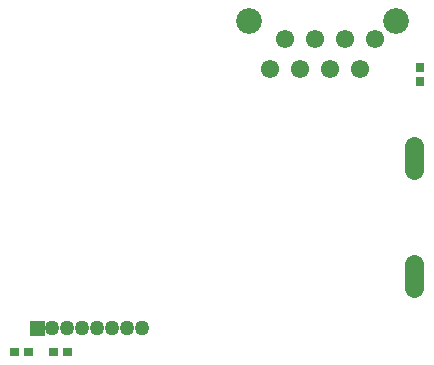
<source format=gts>
G04 start of page 7 for group -4063 idx -4063 *
G04 Title: roomunit-display, componentmask *
G04 Creator: pcb 1.99z *
G04 CreationDate: mån  6 apr 2015 08:42:04 UTC *
G04 For: jonatan *
G04 Format: Gerber/RS-274X *
G04 PCB-Dimensions (mm): 60.00 42.00 *
G04 PCB-Coordinate-Origin: lower left *
%MOMM*%
%FSLAX43Y43*%
%LNTOPMASK*%
%ADD39R,0.700X0.700*%
%ADD38C,1.650*%
%ADD37C,0.400*%
%ADD36C,2.184*%
%ADD35C,1.552*%
%ADD34C,0.002*%
%ADD33C,1.270*%
G54D33*X26289Y13171D03*
X25019D03*
X23749D03*
X22479D03*
X30099D03*
X28829D03*
X27559D03*
G54D34*G36*
X20574Y13806D02*Y12536D01*
X21844D01*
Y13806D01*
X20574D01*
G37*
G54D35*X42164Y37682D03*
X43434Y35142D03*
X40894D03*
G54D36*X39091Y39155D03*
G54D35*X44704Y37682D03*
X45974Y35142D03*
X48514D03*
X47244Y37682D03*
X49784D03*
G54D36*X51587Y39155D03*
G54D37*X53109Y28571D03*
Y26571D03*
Y18571D03*
Y16571D03*
G54D38*Y18571D02*Y16571D01*
Y28571D02*Y26571D01*
G54D39*X20459Y11139D02*X20529D01*
X19269D02*X19339D01*
X23714D02*X23784D01*
X22524D02*X22594D01*
X53594Y35304D02*Y35234D01*
Y34114D02*Y34044D01*
M02*

</source>
